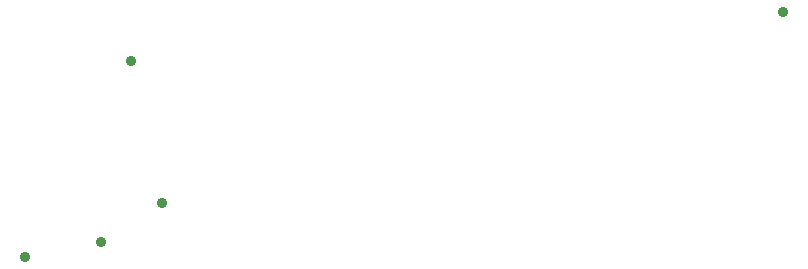
<source format=gtp>
G04 Layer_Color=8421504*
%FSLAX25Y25*%
%MOIN*%
G70*
G01*
G75*
%ADD10C,0.03543*%
%ADD11R,0.00492X0.00492*%
D10*
X-108760Y-11909D02*
D03*
X-83169Y-6693D02*
D03*
X-62894Y6102D02*
D03*
X-73228Y53642D02*
D03*
X144193Y69980D02*
D03*
D11*
X-82299Y41831D02*
D03*
X-80299D02*
D03*
M02*

</source>
